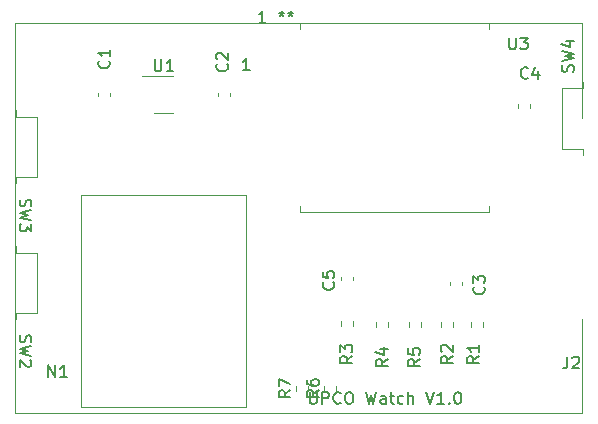
<source format=gbr>
%TF.GenerationSoftware,KiCad,Pcbnew,6.0.9-8da3e8f707~117~ubuntu22.04.1*%
%TF.CreationDate,2022-12-02T16:27:46-05:00*%
%TF.ProjectId,watch,77617463-682e-46b6-9963-61645f706362,rev?*%
%TF.SameCoordinates,Original*%
%TF.FileFunction,Legend,Top*%
%TF.FilePolarity,Positive*%
%FSLAX46Y46*%
G04 Gerber Fmt 4.6, Leading zero omitted, Abs format (unit mm)*
G04 Created by KiCad (PCBNEW 6.0.9-8da3e8f707~117~ubuntu22.04.1) date 2022-12-02 16:27:46*
%MOMM*%
%LPD*%
G01*
G04 APERTURE LIST*
%ADD10C,0.150000*%
%ADD11C,0.120000*%
G04 APERTURE END LIST*
D10*
X139785714Y-96452380D02*
X139214285Y-96452380D01*
X139500000Y-96452380D02*
X139500000Y-95452380D01*
X139404761Y-95595238D01*
X139309523Y-95690476D01*
X139214285Y-95738095D01*
X144869047Y-123702380D02*
X144869047Y-124511904D01*
X144916666Y-124607142D01*
X144964285Y-124654761D01*
X145059523Y-124702380D01*
X145250000Y-124702380D01*
X145345238Y-124654761D01*
X145392857Y-124607142D01*
X145440476Y-124511904D01*
X145440476Y-123702380D01*
X145916666Y-124702380D02*
X145916666Y-123702380D01*
X146297619Y-123702380D01*
X146392857Y-123750000D01*
X146440476Y-123797619D01*
X146488095Y-123892857D01*
X146488095Y-124035714D01*
X146440476Y-124130952D01*
X146392857Y-124178571D01*
X146297619Y-124226190D01*
X145916666Y-124226190D01*
X147488095Y-124607142D02*
X147440476Y-124654761D01*
X147297619Y-124702380D01*
X147202380Y-124702380D01*
X147059523Y-124654761D01*
X146964285Y-124559523D01*
X146916666Y-124464285D01*
X146869047Y-124273809D01*
X146869047Y-124130952D01*
X146916666Y-123940476D01*
X146964285Y-123845238D01*
X147059523Y-123750000D01*
X147202380Y-123702380D01*
X147297619Y-123702380D01*
X147440476Y-123750000D01*
X147488095Y-123797619D01*
X148107142Y-123702380D02*
X148297619Y-123702380D01*
X148392857Y-123750000D01*
X148488095Y-123845238D01*
X148535714Y-124035714D01*
X148535714Y-124369047D01*
X148488095Y-124559523D01*
X148392857Y-124654761D01*
X148297619Y-124702380D01*
X148107142Y-124702380D01*
X148011904Y-124654761D01*
X147916666Y-124559523D01*
X147869047Y-124369047D01*
X147869047Y-124035714D01*
X147916666Y-123845238D01*
X148011904Y-123750000D01*
X148107142Y-123702380D01*
X149630952Y-123702380D02*
X149869047Y-124702380D01*
X150059523Y-123988095D01*
X150250000Y-124702380D01*
X150488095Y-123702380D01*
X151297619Y-124702380D02*
X151297619Y-124178571D01*
X151250000Y-124083333D01*
X151154761Y-124035714D01*
X150964285Y-124035714D01*
X150869047Y-124083333D01*
X151297619Y-124654761D02*
X151202380Y-124702380D01*
X150964285Y-124702380D01*
X150869047Y-124654761D01*
X150821428Y-124559523D01*
X150821428Y-124464285D01*
X150869047Y-124369047D01*
X150964285Y-124321428D01*
X151202380Y-124321428D01*
X151297619Y-124273809D01*
X151630952Y-124035714D02*
X152011904Y-124035714D01*
X151773809Y-123702380D02*
X151773809Y-124559523D01*
X151821428Y-124654761D01*
X151916666Y-124702380D01*
X152011904Y-124702380D01*
X152773809Y-124654761D02*
X152678571Y-124702380D01*
X152488095Y-124702380D01*
X152392857Y-124654761D01*
X152345238Y-124607142D01*
X152297619Y-124511904D01*
X152297619Y-124226190D01*
X152345238Y-124130952D01*
X152392857Y-124083333D01*
X152488095Y-124035714D01*
X152678571Y-124035714D01*
X152773809Y-124083333D01*
X153202380Y-124702380D02*
X153202380Y-123702380D01*
X153630952Y-124702380D02*
X153630952Y-124178571D01*
X153583333Y-124083333D01*
X153488095Y-124035714D01*
X153345238Y-124035714D01*
X153250000Y-124083333D01*
X153202380Y-124130952D01*
X154726190Y-123702380D02*
X155059523Y-124702380D01*
X155392857Y-123702380D01*
X156250000Y-124702380D02*
X155678571Y-124702380D01*
X155964285Y-124702380D02*
X155964285Y-123702380D01*
X155869047Y-123845238D01*
X155773809Y-123940476D01*
X155678571Y-123988095D01*
X156678571Y-124607142D02*
X156726190Y-124654761D01*
X156678571Y-124702380D01*
X156630952Y-124654761D01*
X156678571Y-124607142D01*
X156678571Y-124702380D01*
X157345238Y-123702380D02*
X157440476Y-123702380D01*
X157535714Y-123750000D01*
X157583333Y-123797619D01*
X157630952Y-123892857D01*
X157678571Y-124083333D01*
X157678571Y-124321428D01*
X157630952Y-124511904D01*
X157583333Y-124607142D01*
X157535714Y-124654761D01*
X157440476Y-124702380D01*
X157345238Y-124702380D01*
X157250000Y-124654761D01*
X157202380Y-124607142D01*
X157154761Y-124511904D01*
X157107142Y-124321428D01*
X157107142Y-124083333D01*
X157154761Y-123892857D01*
X157202380Y-123797619D01*
X157250000Y-123750000D01*
X157345238Y-123702380D01*
%TO.C,SW2*%
X120345238Y-118916666D02*
X120297619Y-119059523D01*
X120297619Y-119297619D01*
X120345238Y-119392857D01*
X120392857Y-119440476D01*
X120488095Y-119488095D01*
X120583333Y-119488095D01*
X120678571Y-119440476D01*
X120726190Y-119392857D01*
X120773809Y-119297619D01*
X120821428Y-119107142D01*
X120869047Y-119011904D01*
X120916666Y-118964285D01*
X121011904Y-118916666D01*
X121107142Y-118916666D01*
X121202380Y-118964285D01*
X121250000Y-119011904D01*
X121297619Y-119107142D01*
X121297619Y-119345238D01*
X121250000Y-119488095D01*
X121297619Y-119821428D02*
X120297619Y-120059523D01*
X121011904Y-120250000D01*
X120297619Y-120440476D01*
X121297619Y-120678571D01*
X121202380Y-121011904D02*
X121250000Y-121059523D01*
X121297619Y-121154761D01*
X121297619Y-121392857D01*
X121250000Y-121488095D01*
X121202380Y-121535714D01*
X121107142Y-121583333D01*
X121011904Y-121583333D01*
X120869047Y-121535714D01*
X120297619Y-120964285D01*
X120297619Y-121583333D01*
%TO.C,R7*%
X143222380Y-123566666D02*
X142746190Y-123900000D01*
X143222380Y-124138095D02*
X142222380Y-124138095D01*
X142222380Y-123757142D01*
X142270000Y-123661904D01*
X142317619Y-123614285D01*
X142412857Y-123566666D01*
X142555714Y-123566666D01*
X142650952Y-123614285D01*
X142698571Y-123661904D01*
X142746190Y-123757142D01*
X142746190Y-124138095D01*
X142222380Y-123233333D02*
X142222380Y-122566666D01*
X143222380Y-122995238D01*
%TO.C,C2*%
X137857142Y-95916666D02*
X137904761Y-95964285D01*
X137952380Y-96107142D01*
X137952380Y-96202380D01*
X137904761Y-96345238D01*
X137809523Y-96440476D01*
X137714285Y-96488095D01*
X137523809Y-96535714D01*
X137380952Y-96535714D01*
X137190476Y-96488095D01*
X137095238Y-96440476D01*
X137000000Y-96345238D01*
X136952380Y-96202380D01*
X136952380Y-96107142D01*
X137000000Y-95964285D01*
X137047619Y-95916666D01*
X137047619Y-95535714D02*
X137000000Y-95488095D01*
X136952380Y-95392857D01*
X136952380Y-95154761D01*
X137000000Y-95059523D01*
X137047619Y-95011904D01*
X137142857Y-94964285D01*
X137238095Y-94964285D01*
X137380952Y-95011904D01*
X137952380Y-95583333D01*
X137952380Y-94964285D01*
%TO.C,U1*%
X131738095Y-95552380D02*
X131738095Y-96361904D01*
X131785714Y-96457142D01*
X131833333Y-96504761D01*
X131928571Y-96552380D01*
X132119047Y-96552380D01*
X132214285Y-96504761D01*
X132261904Y-96457142D01*
X132309523Y-96361904D01*
X132309523Y-95552380D01*
X133309523Y-96552380D02*
X132738095Y-96552380D01*
X133023809Y-96552380D02*
X133023809Y-95552380D01*
X132928571Y-95695238D01*
X132833333Y-95790476D01*
X132738095Y-95838095D01*
%TO.C,R6*%
X145622380Y-123566666D02*
X145146190Y-123900000D01*
X145622380Y-124138095D02*
X144622380Y-124138095D01*
X144622380Y-123757142D01*
X144670000Y-123661904D01*
X144717619Y-123614285D01*
X144812857Y-123566666D01*
X144955714Y-123566666D01*
X145050952Y-123614285D01*
X145098571Y-123661904D01*
X145146190Y-123757142D01*
X145146190Y-124138095D01*
X144622380Y-122709523D02*
X144622380Y-122900000D01*
X144670000Y-122995238D01*
X144717619Y-123042857D01*
X144860476Y-123138095D01*
X145050952Y-123185714D01*
X145431904Y-123185714D01*
X145527142Y-123138095D01*
X145574761Y-123090476D01*
X145622380Y-122995238D01*
X145622380Y-122804761D01*
X145574761Y-122709523D01*
X145527142Y-122661904D01*
X145431904Y-122614285D01*
X145193809Y-122614285D01*
X145098571Y-122661904D01*
X145050952Y-122709523D01*
X145003333Y-122804761D01*
X145003333Y-122995238D01*
X145050952Y-123090476D01*
X145098571Y-123138095D01*
X145193809Y-123185714D01*
%TO.C,SW4*%
X167154761Y-96583333D02*
X167202380Y-96440476D01*
X167202380Y-96202380D01*
X167154761Y-96107142D01*
X167107142Y-96059523D01*
X167011904Y-96011904D01*
X166916666Y-96011904D01*
X166821428Y-96059523D01*
X166773809Y-96107142D01*
X166726190Y-96202380D01*
X166678571Y-96392857D01*
X166630952Y-96488095D01*
X166583333Y-96535714D01*
X166488095Y-96583333D01*
X166392857Y-96583333D01*
X166297619Y-96535714D01*
X166250000Y-96488095D01*
X166202380Y-96392857D01*
X166202380Y-96154761D01*
X166250000Y-96011904D01*
X166202380Y-95678571D02*
X167202380Y-95440476D01*
X166488095Y-95250000D01*
X167202380Y-95059523D01*
X166202380Y-94821428D01*
X166535714Y-94011904D02*
X167202380Y-94011904D01*
X166154761Y-94250000D02*
X166869047Y-94488095D01*
X166869047Y-93869047D01*
%TO.C,R5*%
X154202380Y-120916666D02*
X153726190Y-121250000D01*
X154202380Y-121488095D02*
X153202380Y-121488095D01*
X153202380Y-121107142D01*
X153250000Y-121011904D01*
X153297619Y-120964285D01*
X153392857Y-120916666D01*
X153535714Y-120916666D01*
X153630952Y-120964285D01*
X153678571Y-121011904D01*
X153726190Y-121107142D01*
X153726190Y-121488095D01*
X153202380Y-120011904D02*
X153202380Y-120488095D01*
X153678571Y-120535714D01*
X153630952Y-120488095D01*
X153583333Y-120392857D01*
X153583333Y-120154761D01*
X153630952Y-120059523D01*
X153678571Y-120011904D01*
X153773809Y-119964285D01*
X154011904Y-119964285D01*
X154107142Y-120011904D01*
X154154761Y-120059523D01*
X154202380Y-120154761D01*
X154202380Y-120392857D01*
X154154761Y-120488095D01*
X154107142Y-120535714D01*
%TO.C,R1*%
X159202380Y-120666666D02*
X158726190Y-121000000D01*
X159202380Y-121238095D02*
X158202380Y-121238095D01*
X158202380Y-120857142D01*
X158250000Y-120761904D01*
X158297619Y-120714285D01*
X158392857Y-120666666D01*
X158535714Y-120666666D01*
X158630952Y-120714285D01*
X158678571Y-120761904D01*
X158726190Y-120857142D01*
X158726190Y-121238095D01*
X159202380Y-119714285D02*
X159202380Y-120285714D01*
X159202380Y-120000000D02*
X158202380Y-120000000D01*
X158345238Y-120095238D01*
X158440476Y-120190476D01*
X158488095Y-120285714D01*
%TO.C,U3*%
X161738095Y-93702380D02*
X161738095Y-94511904D01*
X161785714Y-94607142D01*
X161833333Y-94654761D01*
X161928571Y-94702380D01*
X162119047Y-94702380D01*
X162214285Y-94654761D01*
X162261904Y-94607142D01*
X162309523Y-94511904D01*
X162309523Y-93702380D01*
X162690476Y-93702380D02*
X163309523Y-93702380D01*
X162976190Y-94083333D01*
X163119047Y-94083333D01*
X163214285Y-94130952D01*
X163261904Y-94178571D01*
X163309523Y-94273809D01*
X163309523Y-94511904D01*
X163261904Y-94607142D01*
X163214285Y-94654761D01*
X163119047Y-94702380D01*
X162833333Y-94702380D01*
X162738095Y-94654761D01*
X162690476Y-94607142D01*
X141142857Y-92452380D02*
X140571428Y-92452380D01*
X140857142Y-92452380D02*
X140857142Y-91452380D01*
X140761904Y-91595238D01*
X140666666Y-91690476D01*
X140571428Y-91738095D01*
X142476190Y-91452380D02*
X142476190Y-91690476D01*
X142238095Y-91595238D02*
X142476190Y-91690476D01*
X142714285Y-91595238D01*
X142333333Y-91880952D02*
X142476190Y-91690476D01*
X142619047Y-91880952D01*
X143238095Y-91452380D02*
X143238095Y-91690476D01*
X143000000Y-91595238D02*
X143238095Y-91690476D01*
X143476190Y-91595238D01*
X143095238Y-91880952D02*
X143238095Y-91690476D01*
X143380952Y-91880952D01*
%TO.C,N1*%
X122738095Y-122452380D02*
X122738095Y-121452380D01*
X123309523Y-122452380D01*
X123309523Y-121452380D01*
X124309523Y-122452380D02*
X123738095Y-122452380D01*
X124023809Y-122452380D02*
X124023809Y-121452380D01*
X123928571Y-121595238D01*
X123833333Y-121690476D01*
X123738095Y-121738095D01*
%TO.C,R3*%
X148452380Y-120666666D02*
X147976190Y-121000000D01*
X148452380Y-121238095D02*
X147452380Y-121238095D01*
X147452380Y-120857142D01*
X147500000Y-120761904D01*
X147547619Y-120714285D01*
X147642857Y-120666666D01*
X147785714Y-120666666D01*
X147880952Y-120714285D01*
X147928571Y-120761904D01*
X147976190Y-120857142D01*
X147976190Y-121238095D01*
X147452380Y-120333333D02*
X147452380Y-119714285D01*
X147833333Y-120047619D01*
X147833333Y-119904761D01*
X147880952Y-119809523D01*
X147928571Y-119761904D01*
X148023809Y-119714285D01*
X148261904Y-119714285D01*
X148357142Y-119761904D01*
X148404761Y-119809523D01*
X148452380Y-119904761D01*
X148452380Y-120190476D01*
X148404761Y-120285714D01*
X148357142Y-120333333D01*
%TO.C,SW3*%
X120345238Y-107416666D02*
X120297619Y-107559523D01*
X120297619Y-107797619D01*
X120345238Y-107892857D01*
X120392857Y-107940476D01*
X120488095Y-107988095D01*
X120583333Y-107988095D01*
X120678571Y-107940476D01*
X120726190Y-107892857D01*
X120773809Y-107797619D01*
X120821428Y-107607142D01*
X120869047Y-107511904D01*
X120916666Y-107464285D01*
X121011904Y-107416666D01*
X121107142Y-107416666D01*
X121202380Y-107464285D01*
X121250000Y-107511904D01*
X121297619Y-107607142D01*
X121297619Y-107845238D01*
X121250000Y-107988095D01*
X121297619Y-108321428D02*
X120297619Y-108559523D01*
X121011904Y-108750000D01*
X120297619Y-108940476D01*
X121297619Y-109178571D01*
X121297619Y-109464285D02*
X121297619Y-110083333D01*
X120916666Y-109750000D01*
X120916666Y-109892857D01*
X120869047Y-109988095D01*
X120821428Y-110035714D01*
X120726190Y-110083333D01*
X120488095Y-110083333D01*
X120392857Y-110035714D01*
X120345238Y-109988095D01*
X120297619Y-109892857D01*
X120297619Y-109607142D01*
X120345238Y-109511904D01*
X120392857Y-109464285D01*
%TO.C,C1*%
X127857142Y-95666666D02*
X127904761Y-95714285D01*
X127952380Y-95857142D01*
X127952380Y-95952380D01*
X127904761Y-96095238D01*
X127809523Y-96190476D01*
X127714285Y-96238095D01*
X127523809Y-96285714D01*
X127380952Y-96285714D01*
X127190476Y-96238095D01*
X127095238Y-96190476D01*
X127000000Y-96095238D01*
X126952380Y-95952380D01*
X126952380Y-95857142D01*
X127000000Y-95714285D01*
X127047619Y-95666666D01*
X127952380Y-94714285D02*
X127952380Y-95285714D01*
X127952380Y-95000000D02*
X126952380Y-95000000D01*
X127095238Y-95095238D01*
X127190476Y-95190476D01*
X127238095Y-95285714D01*
%TO.C,J2*%
X166666666Y-120702380D02*
X166666666Y-121416666D01*
X166619047Y-121559523D01*
X166523809Y-121654761D01*
X166380952Y-121702380D01*
X166285714Y-121702380D01*
X167095238Y-120797619D02*
X167142857Y-120750000D01*
X167238095Y-120702380D01*
X167476190Y-120702380D01*
X167571428Y-120750000D01*
X167619047Y-120797619D01*
X167666666Y-120892857D01*
X167666666Y-120988095D01*
X167619047Y-121130952D01*
X167047619Y-121702380D01*
X167666666Y-121702380D01*
%TO.C,C5*%
X146857142Y-114416666D02*
X146904761Y-114464285D01*
X146952380Y-114607142D01*
X146952380Y-114702380D01*
X146904761Y-114845238D01*
X146809523Y-114940476D01*
X146714285Y-114988095D01*
X146523809Y-115035714D01*
X146380952Y-115035714D01*
X146190476Y-114988095D01*
X146095238Y-114940476D01*
X146000000Y-114845238D01*
X145952380Y-114702380D01*
X145952380Y-114607142D01*
X146000000Y-114464285D01*
X146047619Y-114416666D01*
X145952380Y-113511904D02*
X145952380Y-113988095D01*
X146428571Y-114035714D01*
X146380952Y-113988095D01*
X146333333Y-113892857D01*
X146333333Y-113654761D01*
X146380952Y-113559523D01*
X146428571Y-113511904D01*
X146523809Y-113464285D01*
X146761904Y-113464285D01*
X146857142Y-113511904D01*
X146904761Y-113559523D01*
X146952380Y-113654761D01*
X146952380Y-113892857D01*
X146904761Y-113988095D01*
X146857142Y-114035714D01*
%TO.C,R4*%
X151452380Y-120916666D02*
X150976190Y-121250000D01*
X151452380Y-121488095D02*
X150452380Y-121488095D01*
X150452380Y-121107142D01*
X150500000Y-121011904D01*
X150547619Y-120964285D01*
X150642857Y-120916666D01*
X150785714Y-120916666D01*
X150880952Y-120964285D01*
X150928571Y-121011904D01*
X150976190Y-121107142D01*
X150976190Y-121488095D01*
X150785714Y-120059523D02*
X151452380Y-120059523D01*
X150404761Y-120297619D02*
X151119047Y-120535714D01*
X151119047Y-119916666D01*
%TO.C,C4*%
X163333333Y-97107142D02*
X163285714Y-97154761D01*
X163142857Y-97202380D01*
X163047619Y-97202380D01*
X162904761Y-97154761D01*
X162809523Y-97059523D01*
X162761904Y-96964285D01*
X162714285Y-96773809D01*
X162714285Y-96630952D01*
X162761904Y-96440476D01*
X162809523Y-96345238D01*
X162904761Y-96250000D01*
X163047619Y-96202380D01*
X163142857Y-96202380D01*
X163285714Y-96250000D01*
X163333333Y-96297619D01*
X164190476Y-96535714D02*
X164190476Y-97202380D01*
X163952380Y-96154761D02*
X163714285Y-96869047D01*
X164333333Y-96869047D01*
%TO.C,C3*%
X159607142Y-114807246D02*
X159654761Y-114854865D01*
X159702380Y-114997722D01*
X159702380Y-115092960D01*
X159654761Y-115235818D01*
X159559523Y-115331056D01*
X159464285Y-115378675D01*
X159273809Y-115426294D01*
X159130952Y-115426294D01*
X158940476Y-115378675D01*
X158845238Y-115331056D01*
X158750000Y-115235818D01*
X158702380Y-115092960D01*
X158702380Y-114997722D01*
X158750000Y-114854865D01*
X158797619Y-114807246D01*
X158702380Y-114473913D02*
X158702380Y-113854865D01*
X159083333Y-114188199D01*
X159083333Y-114045341D01*
X159130952Y-113950103D01*
X159178571Y-113902484D01*
X159273809Y-113854865D01*
X159511904Y-113854865D01*
X159607142Y-113902484D01*
X159654761Y-113950103D01*
X159702380Y-114045341D01*
X159702380Y-114331056D01*
X159654761Y-114426294D01*
X159607142Y-114473913D01*
%TO.C,R2*%
X156952380Y-120666666D02*
X156476190Y-121000000D01*
X156952380Y-121238095D02*
X155952380Y-121238095D01*
X155952380Y-120857142D01*
X156000000Y-120761904D01*
X156047619Y-120714285D01*
X156142857Y-120666666D01*
X156285714Y-120666666D01*
X156380952Y-120714285D01*
X156428571Y-120761904D01*
X156476190Y-120857142D01*
X156476190Y-121238095D01*
X156047619Y-120285714D02*
X156000000Y-120238095D01*
X155952380Y-120142857D01*
X155952380Y-119904761D01*
X156000000Y-119809523D01*
X156047619Y-119761904D01*
X156142857Y-119714285D01*
X156238095Y-119714285D01*
X156380952Y-119761904D01*
X156952380Y-120333333D01*
X156952380Y-119714285D01*
D11*
%TO.C,SW2*%
X121742500Y-111900000D02*
X121742500Y-117000000D01*
X119967500Y-111900000D02*
X121742500Y-111900000D01*
X119967500Y-111900000D02*
X119967500Y-111350000D01*
X119967500Y-117000000D02*
X121742500Y-117000000D01*
X119967500Y-117000000D02*
X119967500Y-117550000D01*
%TO.C,R7*%
X143677500Y-123637258D02*
X143677500Y-123162742D01*
X144722500Y-123637258D02*
X144722500Y-123162742D01*
%TO.C,C2*%
X137070000Y-98359420D02*
X137070000Y-98640580D01*
X138090000Y-98359420D02*
X138090000Y-98640580D01*
%TO.C,U1*%
X132500000Y-100060000D02*
X131700000Y-100060000D01*
X132500000Y-96940000D02*
X130700000Y-96940000D01*
X132500000Y-100060000D02*
X133300000Y-100060000D01*
X132500000Y-96940000D02*
X133300000Y-96940000D01*
%TO.C,R6*%
X147122500Y-123637258D02*
X147122500Y-123162742D01*
X146077500Y-123637258D02*
X146077500Y-123162742D01*
%TO.C,SW4*%
X168032500Y-103100000D02*
X166257500Y-103100000D01*
X168032500Y-98000000D02*
X168032500Y-97450000D01*
X166257500Y-103100000D02*
X166257500Y-98000000D01*
X168032500Y-103100000D02*
X168032500Y-103650000D01*
X168032500Y-98000000D02*
X166257500Y-98000000D01*
%TO.C,R5*%
X153227500Y-118237258D02*
X153227500Y-117762742D01*
X154272500Y-118237258D02*
X154272500Y-117762742D01*
%TO.C,R1*%
X158477500Y-118237258D02*
X158477500Y-117762742D01*
X159522500Y-118237258D02*
X159522500Y-117762742D01*
%TO.C,U3*%
X144000000Y-92500000D02*
X144000000Y-93000000D01*
X144000000Y-108000000D02*
X144000000Y-108500000D01*
X144000000Y-108500000D02*
X160000000Y-108500000D01*
X160000000Y-108500000D02*
X160000000Y-108000000D01*
X160000000Y-92500000D02*
X160000000Y-93000000D01*
X144000000Y-92500000D02*
X160000000Y-92500000D01*
%TO.C,N1*%
X139500000Y-107000000D02*
X139500000Y-125000000D01*
X139500000Y-125000000D02*
X125500000Y-125000000D01*
X125500000Y-107000000D02*
X139500000Y-107000000D01*
X125500000Y-125000000D02*
X125500000Y-107000000D01*
%TO.C,R3*%
X148522500Y-118149758D02*
X148522500Y-117675242D01*
X147477500Y-118149758D02*
X147477500Y-117675242D01*
%TO.C,SW3*%
X119967500Y-105500000D02*
X119967500Y-106050000D01*
X119967500Y-105500000D02*
X121742500Y-105500000D01*
X119967500Y-100400000D02*
X121742500Y-100400000D01*
X119967500Y-100400000D02*
X119967500Y-99850000D01*
X121742500Y-100400000D02*
X121742500Y-105500000D01*
%TO.C,C1*%
X126910000Y-98359420D02*
X126910000Y-98640580D01*
X127930000Y-98359420D02*
X127930000Y-98640580D01*
%TO.C,J2*%
X167905000Y-125500000D02*
X167905000Y-117500000D01*
X119905000Y-125500000D02*
X167905000Y-125500000D01*
X167905000Y-92500000D02*
X119905000Y-92500000D01*
X119905000Y-92500000D02*
X119905000Y-125500000D01*
X167905000Y-92500000D02*
X167905000Y-100500000D01*
%TO.C,C5*%
X147490000Y-114253080D02*
X147490000Y-113971920D01*
X148510000Y-114253080D02*
X148510000Y-113971920D01*
%TO.C,R4*%
X150477500Y-118237258D02*
X150477500Y-117762742D01*
X151522500Y-118237258D02*
X151522500Y-117762742D01*
%TO.C,C4*%
X163510000Y-99359420D02*
X163510000Y-99640580D01*
X162490000Y-99359420D02*
X162490000Y-99640580D01*
%TO.C,C3*%
X156740000Y-114640580D02*
X156740000Y-114359420D01*
X157760000Y-114640580D02*
X157760000Y-114359420D01*
%TO.C,R2*%
X155977500Y-118237258D02*
X155977500Y-117762742D01*
X157022500Y-118237258D02*
X157022500Y-117762742D01*
%TD*%
M02*

</source>
